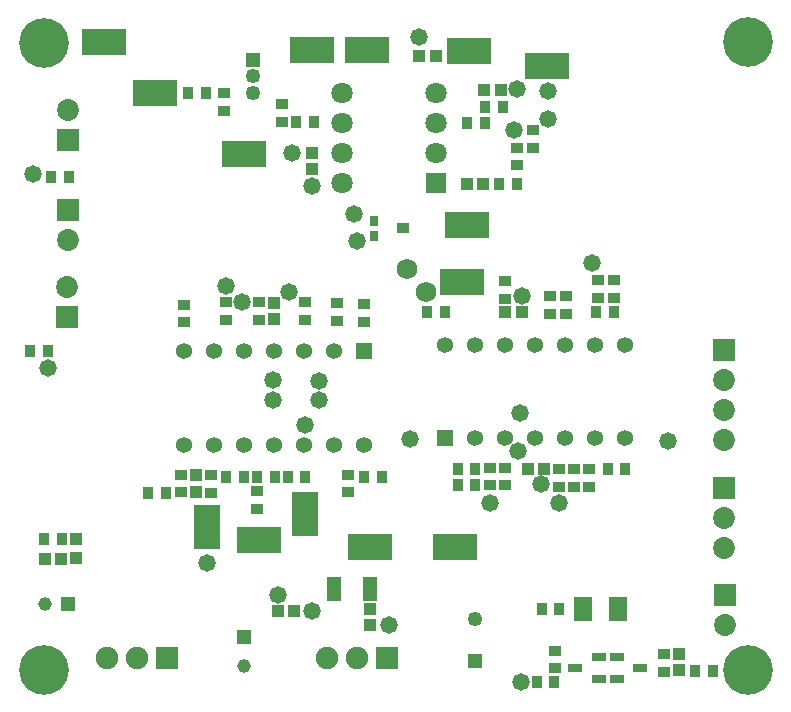
<source format=gts>
<<<<<<< HEAD
G04*
G04 #@! TF.GenerationSoftware,Altium Limited,Altium Designer,19.1.9 (167)*
G04*
G04 Layer_Color=8388736*
%FSLAX43Y43*%
%MOMM*%
G71*
G01*
G75*
%ADD17R,1.003X1.003*%
%ADD18R,1.503X2.003*%
%ADD19R,1.203X2.003*%
%ADD20R,1.103X0.903*%
%ADD21R,0.803X0.903*%
%ADD22R,1.203X0.803*%
%ADD23R,1.103X1.003*%
%ADD24R,3.703X2.203*%
%ADD25R,0.903X1.103*%
%ADD26R,1.003X1.103*%
%ADD27R,2.203X3.703*%
%ADD28C,4.203*%
%ADD29C,1.250*%
%ADD30R,1.250X1.250*%
%ADD31C,1.150*%
%ADD32R,1.150X1.150*%
%ADD33R,1.854X1.854*%
%ADD34C,1.854*%
%ADD35R,1.803X1.803*%
%ADD36C,1.803*%
%ADD37R,1.150X1.150*%
%ADD38C,1.362*%
%ADD39R,1.362X1.362*%
%ADD40C,1.903*%
%ADD41R,1.903X1.903*%
%ADD42C,1.253*%
%ADD43R,1.253X1.253*%
%ADD44C,1.727*%
%ADD45C,1.473*%
D17*
X4900Y13300D02*
D03*
Y11700D02*
D03*
D18*
X47900Y7400D02*
D03*
X50800D02*
D03*
D19*
X29800Y9100D02*
D03*
X26800D02*
D03*
D20*
X32600Y39600D02*
D03*
X17600Y31850D02*
D03*
Y33350D02*
D03*
X29300Y33200D02*
D03*
Y31700D02*
D03*
X14100Y33150D02*
D03*
Y31650D02*
D03*
X27000Y31750D02*
D03*
Y33250D02*
D03*
X28000Y18750D02*
D03*
Y17250D02*
D03*
X24300Y33350D02*
D03*
Y31850D02*
D03*
X17500Y49550D02*
D03*
Y51050D02*
D03*
X20400Y33350D02*
D03*
Y31850D02*
D03*
X22400Y48650D02*
D03*
Y50150D02*
D03*
X20300Y15850D02*
D03*
Y17350D02*
D03*
X16400Y17200D02*
D03*
Y18700D02*
D03*
X13800Y18750D02*
D03*
Y17250D02*
D03*
X45800Y17750D02*
D03*
Y19250D02*
D03*
X42300Y46450D02*
D03*
Y44950D02*
D03*
X45500Y2350D02*
D03*
Y3850D02*
D03*
X40000Y19350D02*
D03*
Y17850D02*
D03*
X43600Y46450D02*
D03*
Y47950D02*
D03*
X54700Y3550D02*
D03*
Y2050D02*
D03*
X46400Y32350D02*
D03*
Y33850D02*
D03*
X48400Y17750D02*
D03*
Y19250D02*
D03*
X47100Y19250D02*
D03*
Y17750D02*
D03*
X50500Y35250D02*
D03*
Y33750D02*
D03*
X41300Y19350D02*
D03*
Y17850D02*
D03*
X41300Y35150D02*
D03*
Y33650D02*
D03*
X49100Y33750D02*
D03*
Y35250D02*
D03*
X45100Y32350D02*
D03*
Y33850D02*
D03*
D21*
X30200Y38950D02*
D03*
Y40250D02*
D03*
D22*
X49200Y3350D02*
D03*
Y1450D02*
D03*
X47200Y2400D02*
D03*
X52700Y2400D02*
D03*
X50700Y3350D02*
D03*
Y1450D02*
D03*
D23*
X21700Y33300D02*
D03*
Y31900D02*
D03*
X24900Y44600D02*
D03*
Y46000D02*
D03*
X15100Y18700D02*
D03*
Y17300D02*
D03*
X56000Y2200D02*
D03*
Y3600D02*
D03*
X29800Y7400D02*
D03*
Y6000D02*
D03*
D24*
X7350Y55350D02*
D03*
X24900Y54700D02*
D03*
X44850Y53350D02*
D03*
X29800Y12600D02*
D03*
X11600Y51100D02*
D03*
X38000Y39900D02*
D03*
X37600Y35100D02*
D03*
X38200Y54600D02*
D03*
X29600Y54700D02*
D03*
X19200Y45900D02*
D03*
X20400Y13200D02*
D03*
X37000Y12600D02*
D03*
D25*
X1050Y29200D02*
D03*
X2550D02*
D03*
X14450Y51100D02*
D03*
X15950D02*
D03*
X4350Y44000D02*
D03*
X2850D02*
D03*
X25050Y48600D02*
D03*
X23550D02*
D03*
X36150Y32500D02*
D03*
X34650D02*
D03*
X20250Y18600D02*
D03*
X21750D02*
D03*
X17650D02*
D03*
X19150D02*
D03*
X24350Y18600D02*
D03*
X22850D02*
D03*
X30850Y18600D02*
D03*
X29350D02*
D03*
X39550Y48500D02*
D03*
X38050D02*
D03*
X38750Y17900D02*
D03*
X37250D02*
D03*
X41050Y49900D02*
D03*
X39550D02*
D03*
X42250Y43400D02*
D03*
X40750D02*
D03*
X12550Y17200D02*
D03*
X11050D02*
D03*
X45450Y1200D02*
D03*
X43950D02*
D03*
X44350Y7400D02*
D03*
X45850D02*
D03*
X57350Y2100D02*
D03*
X58850D02*
D03*
X38750Y19200D02*
D03*
X37250D02*
D03*
X49950Y19200D02*
D03*
X51450D02*
D03*
X3750Y13300D02*
D03*
X2250D02*
D03*
X50450Y32500D02*
D03*
X48950D02*
D03*
D26*
X34000Y54200D02*
D03*
X35400D02*
D03*
X39400Y43400D02*
D03*
X38000D02*
D03*
X39500Y51300D02*
D03*
X40900D02*
D03*
X43200Y19200D02*
D03*
X44600D02*
D03*
X42700Y32500D02*
D03*
X41300D02*
D03*
X22000Y7200D02*
D03*
X23400D02*
D03*
X2300Y11600D02*
D03*
X3700D02*
D03*
D27*
X24300Y15400D02*
D03*
X16000Y14300D02*
D03*
D28*
X2200Y55300D02*
D03*
X61800Y2200D02*
D03*
X2200D02*
D03*
X61800Y55400D02*
D03*
D29*
X38700Y6500D02*
D03*
D30*
Y3000D02*
D03*
D31*
X19200Y2550D02*
D03*
X2300Y7800D02*
D03*
D32*
X19200Y5050D02*
D03*
D33*
X59800Y17640D02*
D03*
Y29320D02*
D03*
X59900Y8540D02*
D03*
X4200Y32100D02*
D03*
X4300Y47100D02*
D03*
Y41140D02*
D03*
D34*
X59800Y15100D02*
D03*
Y12560D02*
D03*
Y21700D02*
D03*
Y24240D02*
D03*
Y26780D02*
D03*
X59900Y6000D02*
D03*
X4200Y34640D02*
D03*
X4300Y49640D02*
D03*
Y38600D02*
D03*
D35*
X35400Y43460D02*
D03*
D36*
Y46000D02*
D03*
Y48540D02*
D03*
Y51080D02*
D03*
X27460D02*
D03*
Y48540D02*
D03*
Y46000D02*
D03*
Y43460D02*
D03*
D37*
X4300Y7800D02*
D03*
D38*
X29340Y21300D02*
D03*
X26800D02*
D03*
X24260D02*
D03*
X21720D02*
D03*
X19180D02*
D03*
X16640D02*
D03*
X14100D02*
D03*
Y29238D02*
D03*
X16640D02*
D03*
X19180D02*
D03*
X21720D02*
D03*
X24260D02*
D03*
X26800D02*
D03*
X36180Y29769D02*
D03*
X38720D02*
D03*
X41260D02*
D03*
X43800D02*
D03*
X46340D02*
D03*
X48880D02*
D03*
X51420D02*
D03*
Y21831D02*
D03*
X48880D02*
D03*
X46340D02*
D03*
X43800D02*
D03*
X41260D02*
D03*
X38720D02*
D03*
D39*
X29340Y29238D02*
D03*
X36180Y21831D02*
D03*
D40*
X26160Y3200D02*
D03*
X28700D02*
D03*
X10060D02*
D03*
X7520D02*
D03*
D41*
X31240D02*
D03*
X12600D02*
D03*
D42*
X19900Y51100D02*
D03*
Y52497D02*
D03*
D43*
Y53894D02*
D03*
D44*
X34600Y34200D02*
D03*
X33000Y36200D02*
D03*
D45*
X42650Y1200D02*
D03*
X24900Y7200D02*
D03*
X21590Y26800D02*
D03*
Y25100D02*
D03*
X31400Y6000D02*
D03*
X44900Y51200D02*
D03*
X44900Y48900D02*
D03*
X42300Y51400D02*
D03*
X16000Y11300D02*
D03*
X17600Y34700D02*
D03*
X34000Y55800D02*
D03*
X24300Y23000D02*
D03*
X23000Y34200D02*
D03*
X25500Y25100D02*
D03*
Y26700D02*
D03*
X19000Y33400D02*
D03*
X2600Y27800D02*
D03*
X22000Y8600D02*
D03*
X24900Y43200D02*
D03*
X1300Y44200D02*
D03*
X28700Y38500D02*
D03*
X28500Y40800D02*
D03*
X23200Y46000D02*
D03*
X48600Y36700D02*
D03*
X42000Y47900D02*
D03*
X33200Y21800D02*
D03*
X42700Y33900D02*
D03*
X44300Y18000D02*
D03*
X45800Y16400D02*
D03*
X40000D02*
D03*
X55100Y21600D02*
D03*
X42400Y20800D02*
D03*
X42500Y24000D02*
D03*
M02*
=======
G04*
G04 #@! TF.GenerationSoftware,Altium Limited,Altium Designer,19.1.9 (167)*
G04*
G04 Layer_Color=8388736*
%FSLAX43Y43*%
%MOMM*%
G71*
G01*
G75*
%ADD17R,1.003X1.003*%
%ADD18R,1.503X2.003*%
%ADD19R,1.203X2.003*%
%ADD20R,1.103X0.903*%
%ADD21R,0.803X0.903*%
%ADD22R,1.203X0.803*%
%ADD23R,1.103X1.003*%
%ADD24R,3.703X2.203*%
%ADD25R,0.903X1.103*%
%ADD26R,1.003X1.103*%
%ADD27R,2.203X3.703*%
%ADD28C,4.203*%
%ADD29C,1.250*%
%ADD30R,1.250X1.250*%
%ADD31C,1.150*%
%ADD32R,1.150X1.150*%
%ADD33R,1.854X1.854*%
%ADD34C,1.854*%
%ADD35R,1.803X1.803*%
%ADD36C,1.803*%
%ADD37R,1.150X1.150*%
%ADD38C,1.362*%
%ADD39R,1.362X1.362*%
%ADD40C,1.903*%
%ADD41R,1.903X1.903*%
%ADD42C,1.253*%
%ADD43R,1.253X1.253*%
%ADD44C,1.727*%
%ADD45C,1.473*%
D17*
X4900Y13300D02*
D03*
Y11700D02*
D03*
D18*
X47900Y7400D02*
D03*
X50800D02*
D03*
D19*
X29800Y9100D02*
D03*
X26800D02*
D03*
D20*
X32600Y39600D02*
D03*
X17600Y31850D02*
D03*
Y33350D02*
D03*
X29300Y33200D02*
D03*
Y31700D02*
D03*
X14100Y33150D02*
D03*
Y31650D02*
D03*
X27000Y31750D02*
D03*
Y33250D02*
D03*
X28000Y18750D02*
D03*
Y17250D02*
D03*
X24300Y33350D02*
D03*
Y31850D02*
D03*
X17500Y49550D02*
D03*
Y51050D02*
D03*
X20400Y33350D02*
D03*
Y31850D02*
D03*
X22400Y48650D02*
D03*
Y50150D02*
D03*
X20300Y15850D02*
D03*
Y17350D02*
D03*
X16400Y17200D02*
D03*
Y18700D02*
D03*
X13800Y18750D02*
D03*
Y17250D02*
D03*
X45800Y17750D02*
D03*
Y19250D02*
D03*
X42300Y46450D02*
D03*
Y44950D02*
D03*
X45500Y2350D02*
D03*
Y3850D02*
D03*
X40000Y19350D02*
D03*
Y17850D02*
D03*
X43600Y46450D02*
D03*
Y47950D02*
D03*
X54700Y3550D02*
D03*
Y2050D02*
D03*
X46400Y32350D02*
D03*
Y33850D02*
D03*
X48400Y17750D02*
D03*
Y19250D02*
D03*
X47100Y19250D02*
D03*
Y17750D02*
D03*
X50500Y35250D02*
D03*
Y33750D02*
D03*
X41300Y19350D02*
D03*
Y17850D02*
D03*
X41300Y35150D02*
D03*
Y33650D02*
D03*
X49100Y33750D02*
D03*
Y35250D02*
D03*
X45100Y32350D02*
D03*
Y33850D02*
D03*
D21*
X30200Y38950D02*
D03*
Y40250D02*
D03*
D22*
X49200Y3350D02*
D03*
Y1450D02*
D03*
X47200Y2400D02*
D03*
X52700Y2400D02*
D03*
X50700Y3350D02*
D03*
Y1450D02*
D03*
D23*
X21700Y33300D02*
D03*
Y31900D02*
D03*
X24900Y44600D02*
D03*
Y46000D02*
D03*
X15100Y18700D02*
D03*
Y17300D02*
D03*
X56000Y2200D02*
D03*
Y3600D02*
D03*
X29800Y7400D02*
D03*
Y6000D02*
D03*
D24*
X7350Y55350D02*
D03*
X24900Y54700D02*
D03*
X44850Y53350D02*
D03*
X29800Y12600D02*
D03*
X11600Y51100D02*
D03*
X38000Y39900D02*
D03*
X37600Y35100D02*
D03*
X38200Y54600D02*
D03*
X29600Y54700D02*
D03*
X19200Y45900D02*
D03*
X20400Y13200D02*
D03*
X37000Y12600D02*
D03*
D25*
X1050Y29200D02*
D03*
X2550D02*
D03*
X14450Y51100D02*
D03*
X15950D02*
D03*
X4350Y44000D02*
D03*
X2850D02*
D03*
X25050Y48600D02*
D03*
X23550D02*
D03*
X36150Y32500D02*
D03*
X34650D02*
D03*
X20250Y18600D02*
D03*
X21750D02*
D03*
X17650D02*
D03*
X19150D02*
D03*
X24350Y18600D02*
D03*
X22850D02*
D03*
X30850Y18600D02*
D03*
X29350D02*
D03*
X39550Y48500D02*
D03*
X38050D02*
D03*
X38750Y17900D02*
D03*
X37250D02*
D03*
X41050Y49900D02*
D03*
X39550D02*
D03*
X42250Y43400D02*
D03*
X40750D02*
D03*
X12550Y17200D02*
D03*
X11050D02*
D03*
X45450Y1200D02*
D03*
X43950D02*
D03*
X44350Y7400D02*
D03*
X45850D02*
D03*
X57350Y2100D02*
D03*
X58850D02*
D03*
X38750Y19200D02*
D03*
X37250D02*
D03*
X49950Y19200D02*
D03*
X51450D02*
D03*
X3750Y13300D02*
D03*
X2250D02*
D03*
X50450Y32500D02*
D03*
X48950D02*
D03*
D26*
X34000Y54200D02*
D03*
X35400D02*
D03*
X39400Y43400D02*
D03*
X38000D02*
D03*
X39500Y51300D02*
D03*
X40900D02*
D03*
X43200Y19200D02*
D03*
X44600D02*
D03*
X42700Y32500D02*
D03*
X41300D02*
D03*
X22000Y7200D02*
D03*
X23400D02*
D03*
X2300Y11600D02*
D03*
X3700D02*
D03*
D27*
X24300Y15400D02*
D03*
X16000Y14300D02*
D03*
D28*
X2200Y55300D02*
D03*
X61800Y2200D02*
D03*
X2200D02*
D03*
X61800Y55400D02*
D03*
D29*
X38700Y6500D02*
D03*
D30*
Y3000D02*
D03*
D31*
X19200Y2550D02*
D03*
X2300Y7800D02*
D03*
D32*
X19200Y5050D02*
D03*
D33*
X59800Y17640D02*
D03*
Y29320D02*
D03*
X59900Y8540D02*
D03*
X4200Y32100D02*
D03*
X4300Y47100D02*
D03*
Y41140D02*
D03*
D34*
X59800Y15100D02*
D03*
Y12560D02*
D03*
Y21700D02*
D03*
Y24240D02*
D03*
Y26780D02*
D03*
X59900Y6000D02*
D03*
X4200Y34640D02*
D03*
X4300Y49640D02*
D03*
Y38600D02*
D03*
D35*
X35400Y43460D02*
D03*
D36*
Y46000D02*
D03*
Y48540D02*
D03*
Y51080D02*
D03*
X27460D02*
D03*
Y48540D02*
D03*
Y46000D02*
D03*
Y43460D02*
D03*
D37*
X4300Y7800D02*
D03*
D38*
X29340Y21300D02*
D03*
X26800D02*
D03*
X24260D02*
D03*
X21720D02*
D03*
X19180D02*
D03*
X16640D02*
D03*
X14100D02*
D03*
Y29238D02*
D03*
X16640D02*
D03*
X19180D02*
D03*
X21720D02*
D03*
X24260D02*
D03*
X26800D02*
D03*
X36180Y29769D02*
D03*
X38720D02*
D03*
X41260D02*
D03*
X43800D02*
D03*
X46340D02*
D03*
X48880D02*
D03*
X51420D02*
D03*
Y21831D02*
D03*
X48880D02*
D03*
X46340D02*
D03*
X43800D02*
D03*
X41260D02*
D03*
X38720D02*
D03*
D39*
X29340Y29238D02*
D03*
X36180Y21831D02*
D03*
D40*
X26160Y3200D02*
D03*
X28700D02*
D03*
X10060D02*
D03*
X7520D02*
D03*
D41*
X31240D02*
D03*
X12600D02*
D03*
D42*
X19900Y51100D02*
D03*
Y52497D02*
D03*
D43*
Y53894D02*
D03*
D44*
X34600Y34200D02*
D03*
X33000Y36200D02*
D03*
D45*
X42650Y1200D02*
D03*
X24900Y7200D02*
D03*
X21590Y26800D02*
D03*
Y25100D02*
D03*
X31400Y6000D02*
D03*
X44900Y51200D02*
D03*
X44900Y48900D02*
D03*
X42300Y51400D02*
D03*
X16000Y11300D02*
D03*
X17600Y34700D02*
D03*
X34000Y55800D02*
D03*
X24300Y23000D02*
D03*
X23000Y34200D02*
D03*
X25500Y25100D02*
D03*
Y26700D02*
D03*
X19000Y33400D02*
D03*
X2600Y27800D02*
D03*
X22000Y8600D02*
D03*
X24900Y43200D02*
D03*
X1300Y44200D02*
D03*
X28700Y38500D02*
D03*
X28500Y40800D02*
D03*
X23200Y46000D02*
D03*
X48600Y36700D02*
D03*
X42000Y47900D02*
D03*
X33200Y21800D02*
D03*
X42700Y33900D02*
D03*
X44300Y18000D02*
D03*
X45800Y16400D02*
D03*
X40000D02*
D03*
X55100Y21600D02*
D03*
X42400Y20800D02*
D03*
X42500Y24000D02*
D03*
M02*
>>>>>>> b49ca4007d8e23abfb0989bf4452f21ea0357067

</source>
